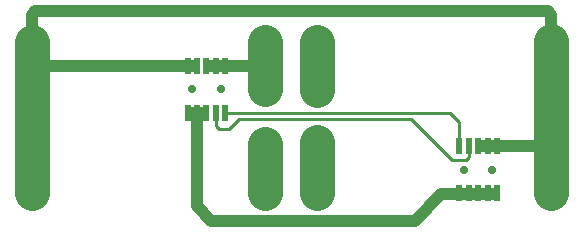
<source format=gbl>
G04*
G04 #@! TF.GenerationSoftware,Altium Limited,Altium Designer,19.1.5 (86)*
G04*
G04 Layer_Physical_Order=2*
G04 Layer_Color=16711680*
%FSLAX25Y25*%
%MOIN*%
G70*
G01*
G75*
%ADD14C,0.11811*%
%ADD15C,0.03937*%
%ADD16C,0.01000*%
%ADD17C,0.02756*%
%ADD18C,0.02362*%
%ADD19R,0.02000X0.05400*%
D14*
X88976Y47244D02*
Y50000D01*
Y60236D02*
Y62992D01*
Y55118D02*
Y60236D01*
Y50000D02*
Y55118D01*
X11024Y31496D02*
Y44488D01*
X106299Y21063D02*
Y25984D01*
Y16142D02*
Y21063D01*
Y60236D02*
Y62992D01*
Y55512D02*
Y60236D01*
Y50000D02*
Y55512D01*
Y46850D02*
Y50000D01*
Y25984D02*
Y29528D01*
Y12598D02*
Y16142D01*
X184252Y60236D02*
Y63386D01*
Y55118D02*
Y60236D01*
Y44882D02*
Y50394D01*
Y55118D01*
Y31496D02*
Y44882D01*
Y26378D02*
Y31496D01*
Y21260D02*
Y26378D01*
Y16142D02*
Y21260D01*
Y12598D02*
Y16142D01*
X11024Y59842D02*
Y62992D01*
Y54724D02*
Y59842D01*
Y49606D02*
Y54724D01*
Y44488D02*
Y49606D01*
Y12598D02*
Y16142D01*
Y26378D02*
Y31496D01*
Y21260D02*
Y26378D01*
Y16142D02*
Y21260D01*
X88976Y26378D02*
Y29134D01*
Y21260D02*
Y26378D01*
Y16142D02*
Y21260D01*
Y12598D02*
Y16142D01*
D15*
X159843Y12205D02*
X162993D01*
X164961D01*
X153542D02*
X156693D01*
X70472Y55118D02*
X88976D01*
X156693Y12205D02*
X159843D01*
X147488D02*
X153542D01*
X138752Y3469D02*
X147488Y12205D01*
X70941Y3469D02*
X138752D01*
X66141Y8268D02*
X70941Y3469D01*
X62991Y55044D02*
X64961D01*
X13854D02*
X62991D01*
X166142Y28272D02*
X181028D01*
X162993D02*
X166142D01*
X161024D02*
X162993D01*
X12205Y73228D02*
X183071D01*
X11024Y72047D02*
X12205Y73228D01*
X183071D02*
X184252Y72047D01*
Y65354D02*
Y72047D01*
X11024Y64961D02*
Y72047D01*
X66141Y39444D02*
X68110D01*
X64173D02*
X66141D01*
Y8268D02*
Y39444D01*
D16*
X151181Y23622D02*
X155713D01*
X137433Y37370D02*
X151181Y23622D01*
X80283Y37370D02*
X137433D01*
X155713Y23622D02*
X156693Y24601D01*
X76772Y33858D02*
X80283Y37370D01*
X73622Y33858D02*
X76772D01*
X72441Y35039D02*
X73622Y33858D01*
X72441Y35039D02*
Y39444D01*
X150394Y39370D02*
X153543Y36220D01*
Y28273D02*
Y36220D01*
X75197Y37795D02*
Y38976D01*
X75591Y39370D01*
X156693Y24601D02*
Y28272D01*
X75591Y39370D02*
X77166D01*
X150394Y39370D01*
X11024Y44488D02*
X13854Y41658D01*
X181028Y28272D02*
X184252Y31496D01*
X153542Y28272D02*
X153543Y28273D01*
D17*
X64567Y47244D02*
D03*
X74016D02*
D03*
X164567Y20472D02*
D03*
X155118D02*
D03*
D18*
X88976Y55118D02*
D03*
Y60236D02*
D03*
Y65354D02*
D03*
Y50000D02*
D03*
Y44882D02*
D03*
Y31496D02*
D03*
X106398Y65059D02*
D03*
X106299Y60236D02*
D03*
Y55512D02*
D03*
Y50000D02*
D03*
Y44882D02*
D03*
Y31496D02*
D03*
Y25984D02*
D03*
Y21063D02*
D03*
Y16142D02*
D03*
Y11024D02*
D03*
X184252Y65354D02*
D03*
Y60236D02*
D03*
Y50394D02*
D03*
Y55118D02*
D03*
Y44882D02*
D03*
Y31496D02*
D03*
Y26378D02*
D03*
Y21260D02*
D03*
Y16142D02*
D03*
Y11024D02*
D03*
X11024Y64961D02*
D03*
Y59842D02*
D03*
Y49606D02*
D03*
Y54724D02*
D03*
Y44488D02*
D03*
Y11417D02*
D03*
Y31496D02*
D03*
Y26378D02*
D03*
Y21260D02*
D03*
Y16142D02*
D03*
X88976Y11024D02*
D03*
Y16142D02*
D03*
Y21260D02*
D03*
Y26378D02*
D03*
D19*
X62991Y39444D02*
D03*
Y55044D02*
D03*
X66141Y39444D02*
D03*
Y55044D02*
D03*
X69291Y39444D02*
D03*
Y55044D02*
D03*
X72441Y39444D02*
D03*
Y55044D02*
D03*
X75591Y39444D02*
D03*
Y55044D02*
D03*
X166142Y28272D02*
D03*
Y12672D02*
D03*
X162993Y28272D02*
D03*
Y12672D02*
D03*
X159843Y28272D02*
D03*
Y12672D02*
D03*
X156693Y28272D02*
D03*
Y12672D02*
D03*
X153542Y28272D02*
D03*
Y12672D02*
D03*
M02*

</source>
